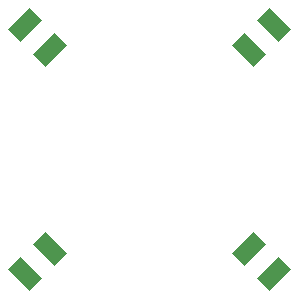
<source format=gbr>
%TF.GenerationSoftware,KiCad,Pcbnew,(7.0.0)*%
%TF.CreationDate,2023-11-14T12:34:17+01:00*%
%TF.ProjectId,Helios_PCB_emitter,48656c69-6f73-45f5-9043-425f656d6974,rev?*%
%TF.SameCoordinates,Original*%
%TF.FileFunction,Paste,Top*%
%TF.FilePolarity,Positive*%
%FSLAX46Y46*%
G04 Gerber Fmt 4.6, Leading zero omitted, Abs format (unit mm)*
G04 Created by KiCad (PCBNEW (7.0.0)) date 2023-11-14 12:34:17*
%MOMM*%
%LPD*%
G01*
G04 APERTURE LIST*
G04 Aperture macros list*
%AMRotRect*
0 Rectangle, with rotation*
0 The origin of the aperture is its center*
0 $1 length*
0 $2 width*
0 $3 Rotation angle, in degrees counterclockwise*
0 Add horizontal line*
21,1,$1,$2,0,0,$3*%
G04 Aperture macros list end*
%ADD10RotRect,1.500000X2.600000X135.000000*%
%ADD11RotRect,1.500000X2.600000X225.000000*%
%ADD12RotRect,1.500000X2.600000X315.000000*%
%ADD13RotRect,1.500000X2.600000X45.000000*%
G04 APERTURE END LIST*
D10*
%TO.C,D1*%
X175560659Y-110560659D03*
X173439339Y-108439339D03*
%TD*%
D11*
%TO.C,D0*%
X175560659Y-89439339D03*
X173439339Y-91560659D03*
%TD*%
D12*
%TO.C,D3*%
X154439339Y-89439339D03*
X156560659Y-91560659D03*
%TD*%
D13*
%TO.C,D2*%
X154439339Y-110560659D03*
X156560659Y-108439339D03*
%TD*%
M02*

</source>
